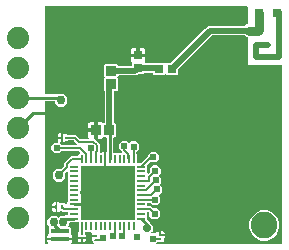
<source format=gbr>
G04 EAGLE Gerber X2 export*
%TF.Part,Single*%
%TF.FileFunction,Copper,L1,Top,Mixed*%
%TF.FilePolarity,Positive*%
%TF.GenerationSoftware,Autodesk,EAGLE,9.0.0*%
%TF.CreationDate,2018-06-19T20:47:43Z*%
G75*
%MOMM*%
%FSLAX34Y34*%
%LPD*%
%AMOC8*
5,1,8,0,0,1.08239X$1,22.5*%
G01*
%ADD10R,0.254000X0.177800*%
%ADD11R,0.850000X0.900000*%
%ADD12R,0.177800X0.254000*%
%ADD13R,0.250000X0.300000*%
%ADD14R,1.600000X0.350000*%
%ADD15C,1.879600*%
%ADD16R,0.900000X0.850000*%
%ADD17R,0.750000X0.750000*%
%ADD18R,0.650000X0.800000*%
%ADD19R,0.230000X0.680000*%
%ADD20R,4.600000X4.600000*%
%ADD21R,0.680000X0.230000*%
%ADD22C,0.152400*%
%ADD23C,0.609600*%
%ADD24C,0.254000*%
%ADD25C,0.517000*%
%ADD26C,0.660400*%
%ADD27C,0.203200*%
%ADD28C,2.250000*%
%ADD29C,0.756400*%
%ADD30C,0.706400*%
%ADD31C,0.800000*%
%ADD32C,0.500000*%

G36*
X199336Y-758D02*
X199336Y-758D01*
X199355Y-760D01*
X199457Y-738D01*
X199559Y-722D01*
X199576Y-712D01*
X199596Y-708D01*
X199685Y-655D01*
X199776Y-606D01*
X199790Y-592D01*
X199807Y-582D01*
X199874Y-503D01*
X199946Y-428D01*
X199954Y-410D01*
X199967Y-395D01*
X200006Y-299D01*
X200049Y-205D01*
X200051Y-185D01*
X200059Y-167D01*
X200077Y0D01*
X200077Y150000D01*
X200074Y150020D01*
X200076Y150039D01*
X200054Y150141D01*
X200038Y150243D01*
X200028Y150260D01*
X200024Y150280D01*
X199971Y150369D01*
X199922Y150460D01*
X199908Y150474D01*
X199898Y150491D01*
X199819Y150558D01*
X199744Y150630D01*
X199726Y150638D01*
X199711Y150651D01*
X199615Y150690D01*
X199521Y150733D01*
X199501Y150735D01*
X199483Y150743D01*
X199316Y150761D01*
X170761Y150761D01*
X170761Y174025D01*
X170743Y174139D01*
X170725Y174256D01*
X170723Y174261D01*
X170722Y174267D01*
X170667Y174370D01*
X170614Y174475D01*
X170609Y174479D01*
X170606Y174485D01*
X170521Y174565D01*
X170438Y174647D01*
X170432Y174651D01*
X170428Y174654D01*
X170411Y174662D01*
X170291Y174728D01*
X168870Y175316D01*
X168520Y175667D01*
X168446Y175720D01*
X168376Y175780D01*
X168346Y175792D01*
X168320Y175811D01*
X168233Y175838D01*
X168148Y175872D01*
X168107Y175876D01*
X168085Y175883D01*
X168053Y175882D01*
X167981Y175890D01*
X141007Y175890D01*
X140917Y175876D01*
X140826Y175868D01*
X140796Y175856D01*
X140764Y175851D01*
X140683Y175808D01*
X140600Y175772D01*
X140567Y175746D01*
X140547Y175735D01*
X140525Y175712D01*
X140469Y175667D01*
X112109Y147307D01*
X112056Y147233D01*
X111996Y147164D01*
X111984Y147134D01*
X111965Y147108D01*
X111938Y147021D01*
X111904Y146936D01*
X111900Y146895D01*
X111893Y146873D01*
X111894Y146840D01*
X111886Y146769D01*
X111886Y143240D01*
X110993Y142347D01*
X102229Y142347D01*
X101899Y142677D01*
X101883Y142689D01*
X101871Y142704D01*
X101784Y142760D01*
X101700Y142821D01*
X101681Y142827D01*
X101664Y142837D01*
X101563Y142863D01*
X101464Y142893D01*
X101445Y142893D01*
X101425Y142897D01*
X101322Y142889D01*
X101219Y142887D01*
X101200Y142880D01*
X101180Y142878D01*
X101085Y142838D01*
X100988Y142802D01*
X100972Y142790D01*
X100954Y142782D01*
X100823Y142677D01*
X100493Y142347D01*
X91729Y142347D01*
X90836Y143240D01*
X90836Y143629D01*
X90833Y143649D01*
X90835Y143668D01*
X90813Y143770D01*
X90797Y143872D01*
X90787Y143889D01*
X90783Y143909D01*
X90730Y143998D01*
X90681Y144089D01*
X90667Y144103D01*
X90657Y144120D01*
X90578Y144187D01*
X90503Y144259D01*
X90485Y144267D01*
X90470Y144280D01*
X90374Y144319D01*
X90280Y144362D01*
X90260Y144364D01*
X90242Y144372D01*
X90075Y144390D01*
X83862Y144390D01*
X83772Y144376D01*
X83681Y144368D01*
X83651Y144356D01*
X83619Y144351D01*
X83538Y144308D01*
X83455Y144272D01*
X83422Y144246D01*
X83402Y144235D01*
X83380Y144212D01*
X83324Y144167D01*
X82382Y143225D01*
X78853Y143225D01*
X78763Y143211D01*
X78672Y143203D01*
X78642Y143191D01*
X78610Y143186D01*
X78529Y143143D01*
X78445Y143107D01*
X78413Y143081D01*
X78393Y143070D01*
X78370Y143047D01*
X78314Y143002D01*
X77254Y141942D01*
X61877Y141942D01*
X61858Y141939D01*
X61838Y141941D01*
X61737Y141919D01*
X61635Y141902D01*
X61617Y141893D01*
X61598Y141889D01*
X61509Y141836D01*
X61417Y141787D01*
X61404Y141773D01*
X61387Y141763D01*
X61319Y141684D01*
X61248Y141609D01*
X61240Y141591D01*
X61227Y141576D01*
X61188Y141479D01*
X61144Y141386D01*
X61142Y141366D01*
X61135Y141348D01*
X61116Y141181D01*
X61116Y141170D01*
X60736Y140790D01*
X60724Y140774D01*
X60709Y140761D01*
X60653Y140674D01*
X60593Y140590D01*
X60587Y140571D01*
X60576Y140554D01*
X60551Y140454D01*
X60520Y140355D01*
X60521Y140335D01*
X60516Y140316D01*
X60524Y140213D01*
X60527Y140109D01*
X60533Y140091D01*
X60535Y140071D01*
X60575Y139976D01*
X60611Y139878D01*
X60623Y139863D01*
X60631Y139844D01*
X60736Y139713D01*
X61116Y139333D01*
X61116Y129570D01*
X60223Y128677D01*
X58674Y128677D01*
X58655Y128674D01*
X58635Y128676D01*
X58534Y128654D01*
X58432Y128637D01*
X58414Y128628D01*
X58395Y128624D01*
X58306Y128571D01*
X58214Y128522D01*
X58201Y128508D01*
X58183Y128498D01*
X58116Y128419D01*
X58045Y128344D01*
X58037Y128326D01*
X58024Y128311D01*
X57985Y128214D01*
X57941Y128121D01*
X57939Y128101D01*
X57932Y128083D01*
X57913Y127916D01*
X57913Y102349D01*
X57916Y102329D01*
X57914Y102310D01*
X57936Y102208D01*
X57953Y102106D01*
X57962Y102089D01*
X57966Y102069D01*
X58020Y101980D01*
X58068Y101889D01*
X58082Y101875D01*
X58093Y101858D01*
X58171Y101791D01*
X58246Y101720D01*
X58264Y101711D01*
X58280Y101698D01*
X58376Y101659D01*
X58469Y101616D01*
X58489Y101614D01*
X58508Y101606D01*
X58674Y101588D01*
X58685Y101588D01*
X59578Y100695D01*
X59578Y90432D01*
X58685Y89538D01*
X57922Y89538D01*
X57902Y89535D01*
X57883Y89537D01*
X57781Y89515D01*
X57679Y89499D01*
X57662Y89489D01*
X57642Y89485D01*
X57553Y89432D01*
X57462Y89384D01*
X57448Y89369D01*
X57431Y89359D01*
X57364Y89280D01*
X57293Y89205D01*
X57284Y89187D01*
X57271Y89172D01*
X57233Y89076D01*
X57189Y88982D01*
X57187Y88962D01*
X57179Y88944D01*
X57161Y88777D01*
X57161Y77067D01*
X57164Y77047D01*
X57162Y77027D01*
X57184Y76926D01*
X57201Y76824D01*
X57210Y76807D01*
X57214Y76787D01*
X57267Y76698D01*
X57316Y76607D01*
X57330Y76593D01*
X57340Y76576D01*
X57419Y76509D01*
X57494Y76437D01*
X57512Y76429D01*
X57527Y76416D01*
X57624Y76377D01*
X57717Y76334D01*
X57737Y76332D01*
X57755Y76324D01*
X57922Y76306D01*
X63913Y76306D01*
X63983Y76317D01*
X64055Y76319D01*
X64104Y76337D01*
X64155Y76345D01*
X64219Y76379D01*
X64286Y76403D01*
X64327Y76436D01*
X64373Y76460D01*
X64422Y76512D01*
X64478Y76557D01*
X64506Y76601D01*
X64542Y76639D01*
X64572Y76704D01*
X64611Y76764D01*
X64624Y76815D01*
X64646Y76862D01*
X64654Y76933D01*
X64671Y77003D01*
X64667Y77055D01*
X64673Y77106D01*
X64658Y77176D01*
X64652Y77248D01*
X64632Y77296D01*
X64621Y77347D01*
X64584Y77408D01*
X64556Y77474D01*
X64511Y77530D01*
X64494Y77558D01*
X64477Y77573D01*
X64451Y77605D01*
X61923Y80133D01*
X61923Y83921D01*
X64601Y86600D01*
X68390Y86600D01*
X70076Y84914D01*
X70092Y84902D01*
X70105Y84886D01*
X70192Y84830D01*
X70276Y84770D01*
X70295Y84764D01*
X70312Y84753D01*
X70412Y84728D01*
X70511Y84698D01*
X70531Y84698D01*
X70550Y84693D01*
X70653Y84701D01*
X70757Y84704D01*
X70776Y84711D01*
X70795Y84712D01*
X70890Y84753D01*
X70988Y84788D01*
X71003Y84801D01*
X71022Y84809D01*
X71153Y84914D01*
X72492Y86253D01*
X76280Y86253D01*
X78959Y83574D01*
X78959Y79786D01*
X76876Y77703D01*
X76823Y77629D01*
X76763Y77560D01*
X76751Y77530D01*
X76732Y77503D01*
X76706Y77416D01*
X76671Y77332D01*
X76667Y77291D01*
X76660Y77268D01*
X76661Y77236D01*
X76653Y77165D01*
X76653Y76116D01*
X76656Y76100D01*
X76654Y76086D01*
X76668Y76021D01*
X76675Y75935D01*
X76687Y75905D01*
X76693Y75873D01*
X76705Y75849D01*
X76706Y75845D01*
X76716Y75828D01*
X76735Y75792D01*
X76771Y75708D01*
X76797Y75676D01*
X76808Y75656D01*
X76831Y75633D01*
X76876Y75577D01*
X77041Y75412D01*
X77041Y68217D01*
X77044Y68197D01*
X77042Y68177D01*
X77064Y68076D01*
X77081Y67974D01*
X77090Y67957D01*
X77094Y67937D01*
X77147Y67848D01*
X77196Y67757D01*
X77210Y67743D01*
X77220Y67726D01*
X77299Y67659D01*
X77374Y67587D01*
X77392Y67579D01*
X77407Y67566D01*
X77504Y67527D01*
X77597Y67484D01*
X77617Y67482D01*
X77635Y67474D01*
X77802Y67456D01*
X80092Y67456D01*
X80182Y67470D01*
X80273Y67477D01*
X80302Y67490D01*
X80334Y67495D01*
X80415Y67538D01*
X80499Y67574D01*
X80531Y67599D01*
X80552Y67610D01*
X80574Y67634D01*
X80630Y67679D01*
X86171Y73219D01*
X86224Y73293D01*
X86283Y73363D01*
X86295Y73393D01*
X86314Y73419D01*
X86341Y73506D01*
X86375Y73591D01*
X86380Y73632D01*
X86386Y73654D01*
X86386Y73686D01*
X86394Y73757D01*
X86394Y74892D01*
X89072Y77570D01*
X92860Y77570D01*
X95539Y74892D01*
X95539Y71104D01*
X92860Y68425D01*
X89072Y68425D01*
X88996Y68501D01*
X88980Y68512D01*
X88968Y68528D01*
X88880Y68584D01*
X88797Y68644D01*
X88778Y68650D01*
X88761Y68661D01*
X88660Y68686D01*
X88562Y68717D01*
X88542Y68716D01*
X88522Y68721D01*
X88419Y68713D01*
X88316Y68710D01*
X88297Y68703D01*
X88277Y68702D01*
X88182Y68661D01*
X88085Y68626D01*
X88069Y68613D01*
X88051Y68605D01*
X87920Y68501D01*
X86114Y66695D01*
X86061Y66621D01*
X86001Y66551D01*
X85989Y66521D01*
X85970Y66495D01*
X85944Y66408D01*
X85909Y66323D01*
X85905Y66282D01*
X85898Y66260D01*
X85899Y66228D01*
X85891Y66156D01*
X85891Y59569D01*
X85902Y59499D01*
X85904Y59427D01*
X85922Y59378D01*
X85931Y59327D01*
X85964Y59263D01*
X85989Y59196D01*
X86021Y59155D01*
X86046Y59109D01*
X86098Y59060D01*
X86143Y59004D01*
X86186Y58976D01*
X86224Y58940D01*
X86289Y58910D01*
X86349Y58871D01*
X86400Y58858D01*
X86447Y58836D01*
X86518Y58828D01*
X86588Y58811D01*
X86640Y58815D01*
X86692Y58809D01*
X86762Y58824D01*
X86833Y58830D01*
X86881Y58850D01*
X86932Y58861D01*
X86994Y58898D01*
X87060Y58926D01*
X87116Y58971D01*
X87143Y58988D01*
X87158Y59005D01*
X87190Y59031D01*
X87819Y59660D01*
X87873Y59734D01*
X87932Y59803D01*
X87944Y59833D01*
X87963Y59860D01*
X87990Y59947D01*
X88024Y60032D01*
X88028Y60073D01*
X88035Y60095D01*
X88034Y60127D01*
X88042Y60198D01*
X88042Y63116D01*
X90721Y65794D01*
X94509Y65794D01*
X97188Y63116D01*
X97188Y59328D01*
X95848Y57988D01*
X95837Y57972D01*
X95821Y57960D01*
X95765Y57872D01*
X95705Y57789D01*
X95699Y57770D01*
X95688Y57753D01*
X95663Y57652D01*
X95632Y57553D01*
X95633Y57534D01*
X95628Y57514D01*
X95636Y57411D01*
X95639Y57308D01*
X95646Y57289D01*
X95647Y57269D01*
X95688Y57174D01*
X95723Y57077D01*
X95736Y57061D01*
X95744Y57043D01*
X95848Y56912D01*
X97775Y54985D01*
X97775Y51197D01*
X96638Y50060D01*
X96627Y50044D01*
X96611Y50031D01*
X96555Y49944D01*
X96495Y49860D01*
X96489Y49841D01*
X96478Y49824D01*
X96453Y49724D01*
X96422Y49625D01*
X96423Y49605D01*
X96418Y49586D01*
X96426Y49483D01*
X96429Y49379D01*
X96436Y49360D01*
X96437Y49341D01*
X96478Y49246D01*
X96513Y49148D01*
X96526Y49133D01*
X96534Y49114D01*
X96638Y48983D01*
X98257Y47365D01*
X98257Y43577D01*
X95629Y40949D01*
X95617Y40933D01*
X95602Y40920D01*
X95546Y40833D01*
X95485Y40749D01*
X95480Y40730D01*
X95469Y40713D01*
X95443Y40613D01*
X95413Y40514D01*
X95414Y40494D01*
X95409Y40475D01*
X95417Y40372D01*
X95419Y40268D01*
X95426Y40249D01*
X95428Y40229D01*
X95468Y40134D01*
X95504Y40037D01*
X95516Y40021D01*
X95524Y40003D01*
X95629Y39872D01*
X96968Y38533D01*
X96968Y34745D01*
X94290Y32066D01*
X90501Y32066D01*
X88438Y34129D01*
X88364Y34182D01*
X88295Y34242D01*
X88265Y34254D01*
X88239Y34273D01*
X88152Y34299D01*
X88067Y34333D01*
X88026Y34338D01*
X88004Y34345D01*
X87971Y34344D01*
X87900Y34352D01*
X86652Y34352D01*
X86632Y34349D01*
X86613Y34351D01*
X86511Y34329D01*
X86409Y34312D01*
X86392Y34303D01*
X86372Y34299D01*
X86283Y34245D01*
X86192Y34197D01*
X86178Y34183D01*
X86161Y34172D01*
X86094Y34094D01*
X86023Y34019D01*
X86014Y34001D01*
X86001Y33986D01*
X85963Y33889D01*
X85919Y33796D01*
X85917Y33776D01*
X85909Y33757D01*
X85891Y33591D01*
X85891Y31829D01*
X85894Y31809D01*
X85892Y31789D01*
X85914Y31688D01*
X85931Y31586D01*
X85940Y31569D01*
X85944Y31549D01*
X85997Y31460D01*
X86046Y31369D01*
X86060Y31355D01*
X86070Y31338D01*
X86149Y31271D01*
X86224Y31199D01*
X86242Y31191D01*
X86257Y31178D01*
X86354Y31139D01*
X86447Y31096D01*
X86467Y31094D01*
X86485Y31086D01*
X86652Y31068D01*
X89091Y31068D01*
X90521Y29637D01*
X90595Y29584D01*
X90665Y29524D01*
X90695Y29512D01*
X90721Y29493D01*
X90808Y29466D01*
X90893Y29432D01*
X90934Y29428D01*
X90956Y29421D01*
X90988Y29422D01*
X91060Y29414D01*
X93977Y29414D01*
X96656Y26735D01*
X96656Y22947D01*
X93977Y20268D01*
X90189Y20268D01*
X87510Y22947D01*
X87510Y25733D01*
X87507Y25753D01*
X87509Y25772D01*
X87487Y25874D01*
X87471Y25976D01*
X87461Y25993D01*
X87457Y26013D01*
X87404Y26102D01*
X87356Y26193D01*
X87341Y26207D01*
X87331Y26224D01*
X87252Y26291D01*
X87177Y26362D01*
X87159Y26371D01*
X87144Y26384D01*
X87048Y26422D01*
X86954Y26466D01*
X86934Y26468D01*
X86916Y26476D01*
X86749Y26494D01*
X86652Y26494D01*
X86632Y26491D01*
X86613Y26493D01*
X86511Y26471D01*
X86409Y26454D01*
X86392Y26445D01*
X86372Y26441D01*
X86283Y26388D01*
X86192Y26339D01*
X86178Y26325D01*
X86161Y26315D01*
X86094Y26236D01*
X86023Y26161D01*
X86014Y26143D01*
X86001Y26128D01*
X85963Y26032D01*
X85919Y25938D01*
X85917Y25918D01*
X85909Y25900D01*
X85891Y25733D01*
X85891Y20124D01*
X85906Y20034D01*
X85913Y19943D01*
X85925Y19913D01*
X85931Y19881D01*
X85973Y19800D01*
X86009Y19716D01*
X86035Y19684D01*
X86046Y19664D01*
X86069Y19641D01*
X86114Y19585D01*
X86428Y19271D01*
X88288Y17411D01*
X88288Y17368D01*
X88303Y17278D01*
X88310Y17187D01*
X88322Y17157D01*
X88328Y17125D01*
X88370Y17045D01*
X88406Y16961D01*
X88432Y16929D01*
X88443Y16908D01*
X88466Y16886D01*
X88511Y16830D01*
X90550Y14791D01*
X90550Y10602D01*
X89643Y9694D01*
X89601Y9636D01*
X89551Y9584D01*
X89529Y9537D01*
X89499Y9495D01*
X89478Y9426D01*
X89448Y9361D01*
X89442Y9309D01*
X89427Y9259D01*
X89429Y9188D01*
X89421Y9117D01*
X89432Y9066D01*
X89433Y9014D01*
X89458Y8946D01*
X89473Y8876D01*
X89500Y8832D01*
X89517Y8783D01*
X89562Y8727D01*
X89599Y8665D01*
X89639Y8631D01*
X89671Y8591D01*
X89731Y8552D01*
X89786Y8505D01*
X89834Y8486D01*
X89878Y8458D01*
X89948Y8440D01*
X90014Y8413D01*
X90085Y8405D01*
X90117Y8397D01*
X90140Y8399D01*
X90181Y8395D01*
X92736Y8395D01*
X92802Y8406D01*
X92870Y8407D01*
X92923Y8425D01*
X92979Y8435D01*
X93038Y8466D01*
X93102Y8489D01*
X93146Y8523D01*
X93196Y8550D01*
X93242Y8599D01*
X93296Y8640D01*
X93343Y8704D01*
X93365Y8728D01*
X93374Y8747D01*
X93395Y8775D01*
X93616Y9157D01*
X94089Y9630D01*
X94668Y9965D01*
X95314Y10138D01*
X96157Y10138D01*
X96157Y6709D01*
X96160Y6689D01*
X96158Y6669D01*
X96180Y6568D01*
X96197Y6466D01*
X96206Y6448D01*
X96211Y6429D01*
X96264Y6340D01*
X96312Y6249D01*
X96313Y6248D01*
X96327Y6235D01*
X96337Y6218D01*
X96337Y6217D01*
X96416Y6150D01*
X96491Y6079D01*
X96509Y6070D01*
X96524Y6057D01*
X96620Y6019D01*
X96714Y5975D01*
X96734Y5973D01*
X96752Y5965D01*
X96919Y5947D01*
X100729Y5947D01*
X100729Y5485D01*
X100556Y4839D01*
X100222Y4259D01*
X99936Y3974D01*
X99883Y3900D01*
X99824Y3830D01*
X99812Y3800D01*
X99793Y3774D01*
X99766Y3687D01*
X99732Y3602D01*
X99727Y3561D01*
X99720Y3539D01*
X99721Y3507D01*
X99713Y3436D01*
X99713Y1886D01*
X98820Y993D01*
X94958Y993D01*
X94943Y997D01*
X94926Y1008D01*
X94826Y1033D01*
X94727Y1064D01*
X94707Y1063D01*
X94688Y1068D01*
X94585Y1060D01*
X94481Y1057D01*
X94463Y1051D01*
X94443Y1049D01*
X94347Y1009D01*
X94250Y973D01*
X94235Y961D01*
X94216Y953D01*
X94085Y848D01*
X93776Y538D01*
X93734Y480D01*
X93684Y428D01*
X93662Y381D01*
X93632Y339D01*
X93611Y270D01*
X93581Y205D01*
X93575Y153D01*
X93560Y104D01*
X93562Y32D01*
X93554Y-39D01*
X93565Y-90D01*
X93566Y-142D01*
X93591Y-210D01*
X93606Y-280D01*
X93633Y-325D01*
X93651Y-373D01*
X93695Y-429D01*
X93732Y-491D01*
X93772Y-525D01*
X93804Y-565D01*
X93864Y-604D01*
X93919Y-651D01*
X93967Y-670D01*
X94011Y-698D01*
X94081Y-716D01*
X94147Y-743D01*
X94219Y-751D01*
X94250Y-759D01*
X94273Y-757D01*
X94314Y-761D01*
X199316Y-761D01*
X199336Y-758D01*
G37*
G36*
X1269Y-750D02*
X1269Y-750D01*
X1341Y-748D01*
X1390Y-730D01*
X1441Y-722D01*
X1505Y-688D01*
X1572Y-663D01*
X1613Y-631D01*
X1659Y-606D01*
X1708Y-554D01*
X1764Y-509D01*
X1792Y-466D01*
X1828Y-428D01*
X1858Y-363D01*
X1897Y-303D01*
X1910Y-252D01*
X1932Y-205D01*
X1940Y-134D01*
X1957Y-64D01*
X1953Y-12D01*
X1959Y39D01*
X1944Y110D01*
X1938Y181D01*
X1918Y229D01*
X1907Y280D01*
X1870Y342D01*
X1842Y408D01*
X1797Y463D01*
X1780Y491D01*
X1766Y504D01*
X1423Y1097D01*
X1250Y1743D01*
X1250Y2953D01*
X11677Y2953D01*
X11697Y2957D01*
X11717Y2954D01*
X11777Y2967D01*
X11904Y2953D01*
X22331Y2953D01*
X22331Y1743D01*
X22158Y1097D01*
X21801Y479D01*
X21753Y428D01*
X21731Y381D01*
X21701Y339D01*
X21680Y270D01*
X21649Y205D01*
X21644Y153D01*
X21628Y104D01*
X21630Y32D01*
X21622Y-39D01*
X21633Y-90D01*
X21635Y-142D01*
X21659Y-210D01*
X21675Y-280D01*
X21701Y-325D01*
X21719Y-373D01*
X21764Y-429D01*
X21801Y-491D01*
X21840Y-525D01*
X21873Y-565D01*
X21933Y-604D01*
X21988Y-651D01*
X22036Y-670D01*
X22080Y-698D01*
X22149Y-716D01*
X22216Y-743D01*
X22287Y-751D01*
X22318Y-759D01*
X22342Y-757D01*
X22383Y-761D01*
X39804Y-761D01*
X39875Y-750D01*
X39947Y-748D01*
X39996Y-730D01*
X40047Y-722D01*
X40111Y-688D01*
X40178Y-663D01*
X40219Y-631D01*
X40265Y-606D01*
X40314Y-554D01*
X40370Y-510D01*
X40398Y-466D01*
X40434Y-428D01*
X40464Y-363D01*
X40503Y-303D01*
X40516Y-252D01*
X40538Y-205D01*
X40545Y-134D01*
X40563Y-64D01*
X40559Y-12D01*
X40565Y39D01*
X40549Y110D01*
X40544Y181D01*
X40523Y229D01*
X40512Y280D01*
X40476Y341D01*
X40448Y407D01*
X40403Y463D01*
X40386Y491D01*
X40368Y506D01*
X40343Y538D01*
X39542Y1339D01*
X39542Y1444D01*
X39527Y1534D01*
X39520Y1625D01*
X39508Y1654D01*
X39502Y1686D01*
X39460Y1767D01*
X39424Y1851D01*
X39398Y1883D01*
X39387Y1904D01*
X39364Y1926D01*
X39319Y1982D01*
X39282Y2019D01*
X39265Y2079D01*
X39252Y2158D01*
X39232Y2196D01*
X39220Y2238D01*
X39188Y2290D01*
X39284Y3044D01*
X39284Y3060D01*
X39288Y3076D01*
X39280Y3183D01*
X39276Y3290D01*
X39270Y3305D01*
X39269Y3321D01*
X39227Y3420D01*
X39189Y3520D01*
X39179Y3533D01*
X39172Y3548D01*
X39068Y3679D01*
X39034Y3712D01*
X38699Y4292D01*
X38526Y4938D01*
X38526Y5400D01*
X42337Y5400D01*
X42356Y5403D01*
X42376Y5401D01*
X42477Y5423D01*
X42579Y5440D01*
X42597Y5449D01*
X42616Y5453D01*
X42705Y5506D01*
X42797Y5555D01*
X42810Y5569D01*
X42827Y5579D01*
X42895Y5658D01*
X42966Y5733D01*
X42974Y5751D01*
X42987Y5766D01*
X43026Y5863D01*
X43070Y5956D01*
X43072Y5976D01*
X43079Y5995D01*
X43098Y6161D01*
X43098Y6162D01*
X43095Y6181D01*
X43097Y6201D01*
X43075Y6302D01*
X43058Y6404D01*
X43049Y6422D01*
X43045Y6441D01*
X42991Y6530D01*
X42943Y6622D01*
X42929Y6635D01*
X42918Y6652D01*
X42840Y6720D01*
X42765Y6791D01*
X42747Y6799D01*
X42731Y6812D01*
X42635Y6851D01*
X42542Y6895D01*
X42522Y6897D01*
X42503Y6904D01*
X42337Y6923D01*
X38526Y6923D01*
X38526Y7385D01*
X38699Y8031D01*
X38747Y8114D01*
X38781Y8203D01*
X38821Y8290D01*
X38824Y8318D01*
X38834Y8344D01*
X38838Y8440D01*
X38848Y8534D01*
X38842Y8562D01*
X38843Y8590D01*
X38816Y8681D01*
X38796Y8775D01*
X38782Y8799D01*
X38774Y8826D01*
X38719Y8904D01*
X38670Y8986D01*
X38648Y9004D01*
X38632Y9027D01*
X38555Y9084D01*
X38483Y9146D01*
X38457Y9156D01*
X38434Y9173D01*
X38343Y9202D01*
X38255Y9238D01*
X38219Y9242D01*
X38200Y9248D01*
X38167Y9247D01*
X38088Y9256D01*
X33847Y9256D01*
X33827Y9253D01*
X33807Y9255D01*
X33706Y9233D01*
X33604Y9216D01*
X33586Y9207D01*
X33567Y9203D01*
X33478Y9150D01*
X33387Y9101D01*
X33373Y9087D01*
X33356Y9077D01*
X33288Y8998D01*
X33217Y8923D01*
X33209Y8905D01*
X33196Y8890D01*
X33157Y8794D01*
X33114Y8700D01*
X33111Y8680D01*
X33104Y8662D01*
X33085Y8495D01*
X33085Y7674D01*
X33100Y7584D01*
X33107Y7493D01*
X33120Y7463D01*
X33125Y7431D01*
X33168Y7350D01*
X33204Y7267D01*
X33229Y7234D01*
X33240Y7214D01*
X33264Y7192D01*
X33308Y7136D01*
X33594Y6850D01*
X33928Y6271D01*
X34101Y5625D01*
X34101Y5163D01*
X30291Y5163D01*
X30291Y5162D01*
X30290Y5163D01*
X26480Y5163D01*
X26480Y5625D01*
X26653Y6271D01*
X26988Y6850D01*
X27273Y7136D01*
X27326Y7210D01*
X27386Y7279D01*
X27398Y7309D01*
X27417Y7335D01*
X27443Y7422D01*
X27478Y7507D01*
X27482Y7548D01*
X27489Y7570D01*
X27488Y7603D01*
X27496Y7674D01*
X27496Y9224D01*
X27518Y9246D01*
X27530Y9262D01*
X27545Y9275D01*
X27601Y9362D01*
X27662Y9446D01*
X27668Y9465D01*
X27678Y9481D01*
X27704Y9582D01*
X27734Y9681D01*
X27734Y9701D01*
X27738Y9720D01*
X27730Y9823D01*
X27728Y9927D01*
X27721Y9945D01*
X27719Y9965D01*
X27691Y10031D01*
X27691Y17345D01*
X27688Y17365D01*
X27690Y17384D01*
X27668Y17486D01*
X27652Y17588D01*
X27642Y17605D01*
X27638Y17625D01*
X27585Y17714D01*
X27537Y17805D01*
X27522Y17819D01*
X27512Y17836D01*
X27433Y17903D01*
X27358Y17974D01*
X27340Y17983D01*
X27325Y17996D01*
X27229Y18034D01*
X27135Y18078D01*
X27115Y18080D01*
X27097Y18088D01*
X26930Y18106D01*
X25403Y18106D01*
X25304Y18090D01*
X25205Y18080D01*
X25183Y18070D01*
X25160Y18066D01*
X25072Y18020D01*
X25064Y18016D01*
X20701Y17913D01*
X20691Y17911D01*
X20680Y17912D01*
X20570Y17888D01*
X20460Y17867D01*
X20450Y17862D01*
X20440Y17860D01*
X20343Y17802D01*
X20245Y17747D01*
X20238Y17739D01*
X20228Y17734D01*
X20155Y17648D01*
X20080Y17565D01*
X20076Y17555D01*
X20069Y17547D01*
X20026Y17442D01*
X19982Y17339D01*
X19981Y17329D01*
X19977Y17319D01*
X19958Y17152D01*
X19958Y15737D01*
X19123Y14902D01*
X19082Y14844D01*
X19032Y14792D01*
X19010Y14744D01*
X18980Y14702D01*
X18959Y14634D01*
X18929Y14569D01*
X18923Y14517D01*
X18907Y14467D01*
X18909Y14395D01*
X18901Y14324D01*
X18912Y14273D01*
X18914Y14221D01*
X18938Y14154D01*
X18954Y14084D01*
X18980Y14039D01*
X18998Y13990D01*
X19043Y13934D01*
X19080Y13873D01*
X19119Y13839D01*
X19152Y13798D01*
X19212Y13759D01*
X19267Y13713D01*
X19315Y13693D01*
X19359Y13665D01*
X19428Y13648D01*
X19495Y13621D01*
X19566Y13613D01*
X19597Y13605D01*
X19621Y13607D01*
X19662Y13602D01*
X20422Y13602D01*
X21315Y12709D01*
X21315Y7961D01*
X21330Y7871D01*
X21337Y7780D01*
X21350Y7751D01*
X21355Y7719D01*
X21398Y7638D01*
X21433Y7554D01*
X21459Y7522D01*
X21470Y7501D01*
X21494Y7479D01*
X21538Y7423D01*
X21824Y7138D01*
X22158Y6558D01*
X22331Y5912D01*
X22331Y4702D01*
X11904Y4702D01*
X11884Y4699D01*
X11864Y4701D01*
X11804Y4688D01*
X11677Y4702D01*
X1250Y4702D01*
X1250Y5912D01*
X1423Y6558D01*
X1757Y7138D01*
X2043Y7423D01*
X2096Y7497D01*
X2155Y7567D01*
X2168Y7597D01*
X2186Y7623D01*
X2213Y7710D01*
X2247Y7795D01*
X2252Y7836D01*
X2259Y7858D01*
X2258Y7890D01*
X2266Y7961D01*
X2266Y12709D01*
X2594Y13037D01*
X2606Y13054D01*
X2621Y13066D01*
X2677Y13153D01*
X2738Y13237D01*
X2743Y13256D01*
X2754Y13273D01*
X2780Y13374D01*
X2810Y13472D01*
X2809Y13492D01*
X2814Y13512D01*
X2806Y13614D01*
X2804Y13718D01*
X2797Y13737D01*
X2795Y13757D01*
X2755Y13852D01*
X2719Y13949D01*
X2707Y13965D01*
X2699Y13983D01*
X2594Y14114D01*
X1278Y15430D01*
X1278Y19826D01*
X4387Y22935D01*
X8783Y22935D01*
X9926Y21791D01*
X9943Y21780D01*
X9955Y21764D01*
X10042Y21708D01*
X10126Y21648D01*
X10145Y21642D01*
X10162Y21631D01*
X10262Y21606D01*
X10361Y21575D01*
X10381Y21576D01*
X10401Y21571D01*
X10503Y21579D01*
X10607Y21582D01*
X10626Y21589D01*
X10646Y21590D01*
X10741Y21631D01*
X10838Y21666D01*
X10854Y21679D01*
X10872Y21686D01*
X11003Y21791D01*
X12453Y23242D01*
X15675Y23242D01*
X15773Y23258D01*
X15873Y23268D01*
X15894Y23278D01*
X15917Y23281D01*
X16006Y23328D01*
X16097Y23369D01*
X16119Y23388D01*
X16135Y23396D01*
X16157Y23420D01*
X16169Y23430D01*
X17335Y23425D01*
X17343Y23426D01*
X17356Y23425D01*
X18098Y23442D01*
X18109Y23444D01*
X18120Y23443D01*
X18230Y23467D01*
X18340Y23488D01*
X18349Y23493D01*
X18360Y23495D01*
X18457Y23553D01*
X18555Y23608D01*
X18562Y23616D01*
X18571Y23622D01*
X18644Y23707D01*
X18720Y23790D01*
X18724Y23800D01*
X18731Y23809D01*
X18773Y23913D01*
X18818Y24016D01*
X18819Y24027D01*
X18823Y24037D01*
X18841Y24203D01*
X18841Y25733D01*
X18838Y25753D01*
X18840Y25772D01*
X18818Y25874D01*
X18802Y25976D01*
X18792Y25993D01*
X18788Y26013D01*
X18735Y26102D01*
X18687Y26193D01*
X18672Y26207D01*
X18662Y26224D01*
X18583Y26291D01*
X18508Y26362D01*
X18490Y26371D01*
X18475Y26384D01*
X18379Y26422D01*
X18285Y26466D01*
X18265Y26468D01*
X18247Y26476D01*
X18080Y26494D01*
X14780Y26494D01*
X13954Y27320D01*
X13880Y27374D01*
X13810Y27433D01*
X13780Y27445D01*
X13754Y27464D01*
X13667Y27491D01*
X13582Y27525D01*
X13541Y27529D01*
X13519Y27536D01*
X13487Y27536D01*
X13415Y27543D01*
X12574Y27543D01*
X12483Y27529D01*
X12393Y27522D01*
X12363Y27509D01*
X12331Y27504D01*
X12250Y27461D01*
X12166Y27425D01*
X12134Y27400D01*
X12113Y27389D01*
X12091Y27365D01*
X12035Y27320D01*
X11750Y27035D01*
X11171Y26701D01*
X10524Y26527D01*
X9701Y26527D01*
X9701Y30568D01*
X9701Y34609D01*
X10524Y34609D01*
X11171Y34436D01*
X11750Y34101D01*
X12035Y33816D01*
X12109Y33763D01*
X12179Y33703D01*
X12209Y33691D01*
X12235Y33672D01*
X12322Y33646D01*
X12407Y33611D01*
X12448Y33607D01*
X12470Y33600D01*
X12502Y33601D01*
X12574Y33593D01*
X15821Y33593D01*
X16526Y32888D01*
X16584Y32846D01*
X16636Y32797D01*
X16683Y32775D01*
X16726Y32745D01*
X16794Y32724D01*
X16859Y32693D01*
X16911Y32688D01*
X16961Y32672D01*
X17032Y32674D01*
X17104Y32666D01*
X17155Y32677D01*
X17207Y32679D01*
X17274Y32703D01*
X17344Y32719D01*
X17389Y32745D01*
X17438Y32763D01*
X17494Y32808D01*
X17555Y32845D01*
X17589Y32884D01*
X17630Y32917D01*
X17668Y32977D01*
X17715Y33032D01*
X17735Y33080D01*
X17763Y33124D01*
X17780Y33193D01*
X17807Y33260D01*
X17815Y33331D01*
X17823Y33362D01*
X17821Y33386D01*
X17825Y33427D01*
X17825Y34265D01*
X17999Y34912D01*
X18333Y35491D01*
X18618Y35776D01*
X18672Y35850D01*
X18731Y35920D01*
X18743Y35950D01*
X18762Y35976D01*
X18789Y36063D01*
X18823Y36148D01*
X18828Y36189D01*
X18834Y36211D01*
X18834Y36243D01*
X18841Y36315D01*
X18841Y59807D01*
X18830Y59878D01*
X18828Y59950D01*
X18810Y59999D01*
X18802Y60050D01*
X18768Y60114D01*
X18744Y60181D01*
X18711Y60222D01*
X18687Y60268D01*
X18635Y60317D01*
X18590Y60373D01*
X18546Y60401D01*
X18508Y60437D01*
X18443Y60467D01*
X18383Y60506D01*
X18332Y60519D01*
X18285Y60541D01*
X18214Y60548D01*
X18144Y60566D01*
X18092Y60562D01*
X18041Y60568D01*
X17971Y60552D01*
X17899Y60547D01*
X17851Y60527D01*
X17800Y60515D01*
X17739Y60479D01*
X17673Y60451D01*
X17617Y60406D01*
X17589Y60389D01*
X17574Y60371D01*
X17542Y60346D01*
X16530Y59333D01*
X16477Y59259D01*
X16417Y59190D01*
X16405Y59160D01*
X16386Y59134D01*
X16359Y59047D01*
X16325Y58962D01*
X16321Y58921D01*
X16314Y58899D01*
X16315Y58866D01*
X16307Y58795D01*
X16307Y55199D01*
X13198Y52090D01*
X8802Y52090D01*
X5693Y55199D01*
X5693Y59595D01*
X8802Y62704D01*
X12398Y62704D01*
X12488Y62718D01*
X12579Y62726D01*
X12609Y62738D01*
X12641Y62743D01*
X12722Y62786D01*
X12806Y62822D01*
X12838Y62848D01*
X12858Y62858D01*
X12881Y62882D01*
X12937Y62927D01*
X15063Y65053D01*
X15116Y65127D01*
X15175Y65196D01*
X15187Y65226D01*
X15206Y65252D01*
X15233Y65339D01*
X15267Y65424D01*
X15272Y65465D01*
X15278Y65487D01*
X15278Y65520D01*
X15285Y65591D01*
X15285Y68035D01*
X21172Y73922D01*
X26930Y73922D01*
X26950Y73925D01*
X26970Y73923D01*
X27071Y73945D01*
X27173Y73961D01*
X27191Y73971D01*
X27210Y73975D01*
X27299Y74028D01*
X27390Y74076D01*
X27404Y74091D01*
X27421Y74101D01*
X27488Y74180D01*
X27560Y74255D01*
X27568Y74273D01*
X27581Y74288D01*
X27620Y74384D01*
X27663Y74478D01*
X27666Y74498D01*
X27673Y74516D01*
X27691Y74683D01*
X27691Y75412D01*
X28749Y76470D01*
X28761Y76486D01*
X28776Y76499D01*
X28832Y76586D01*
X28893Y76670D01*
X28899Y76689D01*
X28909Y76706D01*
X28935Y76806D01*
X28965Y76905D01*
X28965Y76925D01*
X28969Y76944D01*
X28961Y77047D01*
X28959Y77151D01*
X28952Y77170D01*
X28950Y77189D01*
X28910Y77285D01*
X28874Y77382D01*
X28862Y77397D01*
X28854Y77416D01*
X28749Y77547D01*
X28174Y78122D01*
X28099Y78176D01*
X28030Y78235D01*
X28000Y78247D01*
X27974Y78266D01*
X27887Y78293D01*
X27802Y78327D01*
X27761Y78331D01*
X27739Y78338D01*
X27707Y78337D01*
X27635Y78345D01*
X13807Y78345D01*
X13717Y78331D01*
X13626Y78324D01*
X13596Y78311D01*
X13564Y78306D01*
X13484Y78263D01*
X13400Y78227D01*
X13368Y78201D01*
X13347Y78191D01*
X13325Y78167D01*
X13269Y78122D01*
X11206Y76059D01*
X7418Y76059D01*
X4739Y78738D01*
X4739Y82526D01*
X7418Y85205D01*
X9853Y85205D01*
X9924Y85216D01*
X9995Y85218D01*
X10044Y85236D01*
X10095Y85245D01*
X10159Y85278D01*
X10226Y85303D01*
X10267Y85335D01*
X10313Y85360D01*
X10362Y85412D01*
X10418Y85457D01*
X10446Y85500D01*
X10482Y85538D01*
X10512Y85603D01*
X10551Y85664D01*
X10564Y85714D01*
X10586Y85761D01*
X10594Y85832D01*
X10611Y85902D01*
X10607Y85954D01*
X10613Y86006D01*
X10598Y86076D01*
X10592Y86147D01*
X10572Y86195D01*
X10561Y86246D01*
X10524Y86308D01*
X10496Y86374D01*
X10451Y86429D01*
X10434Y86457D01*
X10419Y86470D01*
X10076Y87064D01*
X9903Y87710D01*
X9903Y88553D01*
X12571Y88553D01*
X12571Y85479D01*
X12553Y85473D01*
X12502Y85464D01*
X12439Y85431D01*
X12371Y85406D01*
X12330Y85374D01*
X12284Y85349D01*
X12235Y85297D01*
X12179Y85252D01*
X12151Y85209D01*
X12115Y85171D01*
X12085Y85106D01*
X12046Y85046D01*
X12033Y84995D01*
X12011Y84948D01*
X12003Y84877D01*
X11986Y84807D01*
X11990Y84755D01*
X11984Y84703D01*
X12000Y84633D01*
X12005Y84562D01*
X12025Y84514D01*
X12037Y84463D01*
X12073Y84401D01*
X12101Y84335D01*
X12146Y84280D01*
X12163Y84252D01*
X12181Y84237D01*
X12206Y84204D01*
X13269Y83142D01*
X13343Y83089D01*
X13412Y83029D01*
X13442Y83017D01*
X13469Y82998D01*
X13556Y82972D01*
X13640Y82937D01*
X13681Y82933D01*
X13704Y82926D01*
X13736Y82927D01*
X13807Y82919D01*
X25756Y82919D01*
X25827Y82930D01*
X25899Y82932D01*
X25948Y82950D01*
X25999Y82959D01*
X26063Y82992D01*
X26130Y83017D01*
X26171Y83049D01*
X26217Y83074D01*
X26266Y83126D01*
X26322Y83170D01*
X26350Y83214D01*
X26386Y83252D01*
X26416Y83317D01*
X26455Y83377D01*
X26468Y83428D01*
X26490Y83475D01*
X26497Y83546D01*
X26515Y83616D01*
X26511Y83668D01*
X26517Y83720D01*
X26501Y83790D01*
X26496Y83861D01*
X26476Y83909D01*
X26464Y83960D01*
X26428Y84022D01*
X26400Y84087D01*
X26355Y84143D01*
X26338Y84171D01*
X26320Y84186D01*
X26295Y84218D01*
X25428Y85085D01*
X23708Y86805D01*
X23634Y86858D01*
X23565Y86918D01*
X23534Y86930D01*
X23508Y86949D01*
X23421Y86975D01*
X23336Y87010D01*
X23296Y87014D01*
X23273Y87021D01*
X23241Y87020D01*
X23170Y87028D01*
X18979Y87028D01*
X18888Y87013D01*
X18798Y87006D01*
X18768Y86994D01*
X18736Y86988D01*
X18655Y86946D01*
X18571Y86910D01*
X18539Y86884D01*
X18518Y86873D01*
X18496Y86850D01*
X18440Y86805D01*
X18155Y86520D01*
X16605Y86520D01*
X16515Y86505D01*
X16424Y86498D01*
X16395Y86486D01*
X16363Y86480D01*
X16282Y86438D01*
X16198Y86402D01*
X16166Y86376D01*
X16145Y86365D01*
X16123Y86342D01*
X16067Y86297D01*
X15782Y86012D01*
X15202Y85677D01*
X14556Y85504D01*
X14094Y85504D01*
X14094Y89314D01*
X14094Y89315D01*
X14094Y93125D01*
X14556Y93125D01*
X15202Y92952D01*
X15782Y92618D01*
X16067Y92332D01*
X16141Y92279D01*
X16211Y92220D01*
X16241Y92208D01*
X16267Y92189D01*
X16354Y92162D01*
X16439Y92128D01*
X16480Y92123D01*
X16502Y92117D01*
X16534Y92117D01*
X16605Y92109D01*
X18155Y92109D01*
X18440Y91824D01*
X18514Y91771D01*
X18584Y91712D01*
X18614Y91700D01*
X18640Y91681D01*
X18727Y91654D01*
X18812Y91620D01*
X18853Y91615D01*
X18875Y91609D01*
X18907Y91609D01*
X18979Y91601D01*
X25379Y91601D01*
X28662Y88319D01*
X28736Y88266D01*
X28805Y88207D01*
X28835Y88194D01*
X28862Y88176D01*
X28949Y88149D01*
X29033Y88115D01*
X29074Y88110D01*
X29097Y88103D01*
X29129Y88104D01*
X29200Y88096D01*
X35489Y88096D01*
X35560Y88108D01*
X35632Y88110D01*
X35681Y88127D01*
X35732Y88136D01*
X35796Y88169D01*
X35863Y88194D01*
X35904Y88227D01*
X35950Y88251D01*
X35999Y88303D01*
X36055Y88348D01*
X36083Y88392D01*
X36119Y88429D01*
X36149Y88494D01*
X36188Y88555D01*
X36201Y88605D01*
X36223Y88652D01*
X36230Y88724D01*
X36248Y88793D01*
X36244Y88845D01*
X36250Y88897D01*
X36234Y88967D01*
X36229Y89038D01*
X36208Y89086D01*
X36197Y89137D01*
X36161Y89199D01*
X36133Y89265D01*
X36088Y89321D01*
X36071Y89348D01*
X36053Y89363D01*
X36028Y89396D01*
X35920Y89503D01*
X35586Y90082D01*
X35413Y90729D01*
X35413Y94040D01*
X40680Y94040D01*
X40680Y88857D01*
X40683Y88838D01*
X40681Y88818D01*
X40703Y88717D01*
X40720Y88615D01*
X40729Y88597D01*
X40733Y88578D01*
X40787Y88489D01*
X40835Y88397D01*
X40849Y88384D01*
X40860Y88366D01*
X40938Y88299D01*
X41013Y88228D01*
X41031Y88219D01*
X41047Y88207D01*
X41143Y88168D01*
X41202Y88140D01*
X45710Y83632D01*
X45710Y77067D01*
X45713Y77047D01*
X45711Y77027D01*
X45733Y76926D01*
X45750Y76824D01*
X45759Y76807D01*
X45763Y76787D01*
X45817Y76698D01*
X45865Y76607D01*
X45879Y76593D01*
X45890Y76576D01*
X45968Y76509D01*
X46043Y76437D01*
X46061Y76429D01*
X46076Y76416D01*
X46173Y76377D01*
X46266Y76334D01*
X46286Y76332D01*
X46305Y76324D01*
X46471Y76306D01*
X46832Y76306D01*
X46923Y76320D01*
X47013Y76327D01*
X47043Y76340D01*
X47075Y76345D01*
X47156Y76388D01*
X47240Y76424D01*
X47272Y76449D01*
X47293Y76460D01*
X47315Y76484D01*
X47371Y76529D01*
X47656Y76814D01*
X48235Y77148D01*
X48882Y77322D01*
X49605Y77322D01*
X49605Y71381D01*
X49608Y71361D01*
X49606Y71342D01*
X49628Y71240D01*
X49645Y71138D01*
X49654Y71121D01*
X49658Y71101D01*
X49711Y71012D01*
X49760Y70921D01*
X49774Y70907D01*
X49784Y70890D01*
X49863Y70823D01*
X49938Y70752D01*
X49956Y70743D01*
X49971Y70730D01*
X50067Y70692D01*
X50161Y70648D01*
X50181Y70646D01*
X50199Y70638D01*
X50366Y70620D01*
X50386Y70623D01*
X50405Y70621D01*
X50406Y70621D01*
X50507Y70643D01*
X50609Y70660D01*
X50627Y70669D01*
X50646Y70673D01*
X50735Y70726D01*
X50826Y70775D01*
X50840Y70789D01*
X50857Y70799D01*
X50925Y70878D01*
X50996Y70953D01*
X51004Y70971D01*
X51017Y70986D01*
X51056Y71083D01*
X51099Y71176D01*
X51102Y71196D01*
X51109Y71214D01*
X51128Y71381D01*
X51128Y77397D01*
X51179Y77428D01*
X51270Y77476D01*
X51284Y77491D01*
X51301Y77501D01*
X51368Y77580D01*
X51440Y77655D01*
X51448Y77673D01*
X51461Y77688D01*
X51500Y77784D01*
X51543Y77878D01*
X51546Y77898D01*
X51553Y77916D01*
X51571Y78083D01*
X51571Y88777D01*
X51568Y88797D01*
X51570Y88817D01*
X51548Y88918D01*
X51532Y89020D01*
X51522Y89037D01*
X51518Y89057D01*
X51465Y89146D01*
X51417Y89237D01*
X51402Y89251D01*
X51392Y89268D01*
X51313Y89335D01*
X51238Y89407D01*
X51220Y89415D01*
X51205Y89428D01*
X51109Y89467D01*
X51015Y89510D01*
X50995Y89512D01*
X50977Y89520D01*
X50810Y89538D01*
X48837Y89538D01*
X48747Y89524D01*
X48656Y89517D01*
X48626Y89504D01*
X48594Y89499D01*
X48514Y89456D01*
X48430Y89420D01*
X48398Y89395D01*
X48377Y89384D01*
X48355Y89360D01*
X48299Y89315D01*
X48013Y89030D01*
X47434Y88696D01*
X46788Y88522D01*
X43727Y88522D01*
X43727Y94801D01*
X43723Y94821D01*
X43726Y94840D01*
X43704Y94942D01*
X43687Y95044D01*
X43678Y95061D01*
X43673Y95081D01*
X43620Y95170D01*
X43572Y95261D01*
X43557Y95275D01*
X43547Y95292D01*
X43468Y95359D01*
X43393Y95430D01*
X43375Y95439D01*
X43360Y95452D01*
X43264Y95491D01*
X43170Y95534D01*
X43151Y95536D01*
X43132Y95544D01*
X42965Y95562D01*
X42203Y95562D01*
X42203Y95564D01*
X42965Y95564D01*
X42985Y95567D01*
X43005Y95565D01*
X43106Y95587D01*
X43208Y95604D01*
X43226Y95613D01*
X43245Y95617D01*
X43334Y95670D01*
X43425Y95719D01*
X43439Y95733D01*
X43456Y95743D01*
X43524Y95822D01*
X43595Y95897D01*
X43603Y95915D01*
X43616Y95930D01*
X43655Y96027D01*
X43698Y96120D01*
X43701Y96140D01*
X43708Y96158D01*
X43727Y96325D01*
X43727Y102604D01*
X46788Y102604D01*
X47434Y102431D01*
X48013Y102096D01*
X48299Y101811D01*
X48373Y101758D01*
X48442Y101698D01*
X48472Y101686D01*
X48499Y101667D01*
X48586Y101640D01*
X48670Y101606D01*
X48711Y101602D01*
X48734Y101595D01*
X48766Y101596D01*
X48837Y101588D01*
X48932Y101588D01*
X48952Y101591D01*
X48972Y101589D01*
X49073Y101611D01*
X49175Y101628D01*
X49193Y101637D01*
X49212Y101641D01*
X49301Y101694D01*
X49393Y101743D01*
X49406Y101757D01*
X49423Y101767D01*
X49491Y101846D01*
X49562Y101921D01*
X49570Y101939D01*
X49583Y101954D01*
X49622Y102050D01*
X49666Y102144D01*
X49668Y102164D01*
X49675Y102182D01*
X49694Y102349D01*
X49694Y128628D01*
X49679Y128718D01*
X49672Y128809D01*
X49659Y128839D01*
X49654Y128871D01*
X49611Y128951D01*
X49576Y129035D01*
X49550Y129067D01*
X49539Y129088D01*
X49515Y129110D01*
X49494Y129137D01*
X49491Y129142D01*
X49488Y129145D01*
X49471Y129166D01*
X49067Y129570D01*
X49067Y139333D01*
X49447Y139713D01*
X49459Y139730D01*
X49474Y139742D01*
X49530Y139829D01*
X49590Y139913D01*
X49596Y139932D01*
X49607Y139949D01*
X49632Y140049D01*
X49663Y140148D01*
X49662Y140168D01*
X49667Y140188D01*
X49659Y140291D01*
X49656Y140394D01*
X49650Y140413D01*
X49648Y140433D01*
X49608Y140528D01*
X49572Y140625D01*
X49559Y140641D01*
X49552Y140659D01*
X49447Y140790D01*
X49067Y141170D01*
X49067Y150933D01*
X49960Y151827D01*
X60223Y151827D01*
X61116Y150933D01*
X61116Y150923D01*
X61119Y150903D01*
X61117Y150883D01*
X61139Y150782D01*
X61156Y150680D01*
X61165Y150662D01*
X61169Y150643D01*
X61223Y150554D01*
X61271Y150463D01*
X61285Y150449D01*
X61296Y150432D01*
X61374Y150364D01*
X61449Y150293D01*
X61467Y150285D01*
X61483Y150272D01*
X61579Y150233D01*
X61672Y150190D01*
X61692Y150187D01*
X61711Y150180D01*
X61877Y150162D01*
X71964Y150162D01*
X71984Y150165D01*
X72003Y150163D01*
X72105Y150185D01*
X72207Y150201D01*
X72224Y150211D01*
X72244Y150215D01*
X72333Y150268D01*
X72424Y150316D01*
X72438Y150331D01*
X72455Y150341D01*
X72522Y150420D01*
X72594Y150495D01*
X72602Y150513D01*
X72615Y150528D01*
X72654Y150624D01*
X72697Y150718D01*
X72699Y150738D01*
X72707Y150756D01*
X72725Y150923D01*
X72725Y152866D01*
X72711Y152956D01*
X72703Y153047D01*
X72691Y153077D01*
X72686Y153109D01*
X72643Y153190D01*
X72607Y153274D01*
X72581Y153306D01*
X72570Y153326D01*
X72547Y153349D01*
X72502Y153405D01*
X72217Y153690D01*
X71882Y154269D01*
X71709Y154916D01*
X71709Y157477D01*
X77238Y157477D01*
X77258Y157480D01*
X77277Y157478D01*
X77379Y157500D01*
X77481Y157517D01*
X77498Y157526D01*
X77518Y157530D01*
X77607Y157583D01*
X77698Y157632D01*
X77712Y157646D01*
X77729Y157656D01*
X77796Y157735D01*
X77867Y157810D01*
X77876Y157828D01*
X77889Y157843D01*
X77928Y157939D01*
X77971Y158033D01*
X77973Y158053D01*
X77981Y158071D01*
X77999Y158238D01*
X77999Y159001D01*
X78001Y159001D01*
X78001Y158238D01*
X78004Y158218D01*
X78002Y158199D01*
X78024Y158097D01*
X78041Y157995D01*
X78050Y157978D01*
X78054Y157958D01*
X78107Y157869D01*
X78156Y157778D01*
X78170Y157764D01*
X78180Y157747D01*
X78259Y157680D01*
X78334Y157609D01*
X78352Y157600D01*
X78367Y157587D01*
X78463Y157548D01*
X78557Y157505D01*
X78577Y157503D01*
X78595Y157495D01*
X78762Y157477D01*
X84291Y157477D01*
X84291Y154915D01*
X84118Y154269D01*
X83819Y153752D01*
X83785Y153662D01*
X83745Y153576D01*
X83742Y153548D01*
X83732Y153522D01*
X83728Y153426D01*
X83718Y153332D01*
X83724Y153304D01*
X83723Y153276D01*
X83750Y153184D01*
X83770Y153091D01*
X83784Y153067D01*
X83792Y153040D01*
X83847Y152962D01*
X83896Y152880D01*
X83918Y152862D01*
X83934Y152839D01*
X84011Y152782D01*
X84083Y152720D01*
X84109Y152710D01*
X84132Y152693D01*
X84223Y152664D01*
X84311Y152628D01*
X84347Y152624D01*
X84366Y152618D01*
X84399Y152618D01*
X84478Y152610D01*
X91127Y152610D01*
X91217Y152624D01*
X91308Y152632D01*
X91338Y152644D01*
X91370Y152649D01*
X91451Y152692D01*
X91535Y152728D01*
X91567Y152754D01*
X91587Y152765D01*
X91610Y152788D01*
X91666Y152833D01*
X91729Y152896D01*
X100493Y152896D01*
X100823Y152566D01*
X100839Y152555D01*
X100851Y152539D01*
X100938Y152483D01*
X101022Y152423D01*
X101041Y152417D01*
X101058Y152406D01*
X101159Y152381D01*
X101258Y152350D01*
X101277Y152351D01*
X101297Y152346D01*
X101400Y152354D01*
X101503Y152357D01*
X101522Y152364D01*
X101542Y152365D01*
X101637Y152406D01*
X101734Y152441D01*
X101750Y152454D01*
X101768Y152462D01*
X101899Y152566D01*
X102229Y152896D01*
X105758Y152896D01*
X105848Y152911D01*
X105939Y152918D01*
X105969Y152931D01*
X106001Y152936D01*
X106082Y152979D01*
X106166Y153015D01*
X106198Y153040D01*
X106219Y153051D01*
X106241Y153075D01*
X106297Y153119D01*
X134657Y181479D01*
X137287Y184110D01*
X167981Y184110D01*
X168071Y184124D01*
X168162Y184132D01*
X168192Y184144D01*
X168224Y184149D01*
X168305Y184192D01*
X168389Y184228D01*
X168421Y184254D01*
X168441Y184265D01*
X168464Y184288D01*
X168520Y184333D01*
X168870Y184684D01*
X170291Y185272D01*
X170391Y185334D01*
X170491Y185394D01*
X170495Y185398D01*
X170500Y185402D01*
X170575Y185492D01*
X170651Y185581D01*
X170653Y185586D01*
X170657Y185591D01*
X170699Y185700D01*
X170743Y185809D01*
X170744Y185816D01*
X170745Y185821D01*
X170746Y185839D01*
X170761Y185975D01*
X170761Y200000D01*
X170758Y200020D01*
X170760Y200039D01*
X170738Y200141D01*
X170722Y200243D01*
X170712Y200260D01*
X170708Y200280D01*
X170655Y200369D01*
X170606Y200460D01*
X170592Y200474D01*
X170582Y200491D01*
X170503Y200558D01*
X170428Y200630D01*
X170410Y200638D01*
X170395Y200651D01*
X170299Y200690D01*
X170205Y200733D01*
X170185Y200735D01*
X170167Y200743D01*
X170000Y200761D01*
X0Y200761D01*
X-20Y200758D01*
X-39Y200760D01*
X-141Y200738D01*
X-243Y200722D01*
X-260Y200712D01*
X-280Y200708D01*
X-369Y200655D01*
X-460Y200606D01*
X-474Y200592D01*
X-491Y200582D01*
X-558Y200503D01*
X-630Y200428D01*
X-638Y200410D01*
X-651Y200395D01*
X-690Y200299D01*
X-733Y200205D01*
X-735Y200185D01*
X-743Y200167D01*
X-761Y200000D01*
X-761Y126836D01*
X-758Y126816D01*
X-760Y126797D01*
X-738Y126695D01*
X-722Y126593D01*
X-712Y126576D01*
X-708Y126556D01*
X-655Y126467D01*
X-606Y126376D01*
X-592Y126362D01*
X-582Y126345D01*
X-503Y126278D01*
X-428Y126207D01*
X-410Y126198D01*
X-395Y126185D01*
X-299Y126147D01*
X-205Y126103D01*
X-185Y126101D01*
X-167Y126093D01*
X0Y126075D01*
X10255Y126075D01*
X10345Y126090D01*
X10436Y126097D01*
X10466Y126109D01*
X10497Y126115D01*
X10548Y126142D01*
X15033Y126142D01*
X18142Y123033D01*
X18142Y118637D01*
X15033Y115528D01*
X10637Y115528D01*
X7528Y118637D01*
X7528Y119724D01*
X7525Y119744D01*
X7527Y119764D01*
X7505Y119865D01*
X7488Y119967D01*
X7479Y119985D01*
X7475Y120004D01*
X7422Y120093D01*
X7373Y120184D01*
X7359Y120198D01*
X7349Y120215D01*
X7270Y120282D01*
X7195Y120354D01*
X7177Y120362D01*
X7162Y120375D01*
X7065Y120414D01*
X6972Y120457D01*
X6952Y120460D01*
X6934Y120467D01*
X6767Y120485D01*
X0Y120485D01*
X-20Y120482D01*
X-39Y120484D01*
X-141Y120462D01*
X-243Y120446D01*
X-260Y120436D01*
X-280Y120432D01*
X-369Y120379D01*
X-460Y120331D01*
X-474Y120316D01*
X-491Y120306D01*
X-558Y120227D01*
X-630Y120152D01*
X-638Y120134D01*
X-651Y120119D01*
X-690Y120023D01*
X-733Y119929D01*
X-735Y119909D01*
X-743Y119891D01*
X-761Y119724D01*
X-761Y0D01*
X-758Y-20D01*
X-760Y-39D01*
X-738Y-141D01*
X-722Y-243D01*
X-712Y-260D01*
X-708Y-280D01*
X-655Y-369D01*
X-606Y-460D01*
X-592Y-474D01*
X-582Y-491D01*
X-503Y-558D01*
X-428Y-630D01*
X-410Y-638D01*
X-395Y-651D01*
X-299Y-690D01*
X-205Y-733D01*
X-185Y-735D01*
X-167Y-743D01*
X0Y-761D01*
X1199Y-761D01*
X1269Y-750D01*
G37*
%LPC*%
G36*
X182459Y2225D02*
X182459Y2225D01*
X177764Y4170D01*
X174170Y7764D01*
X172225Y12459D01*
X172225Y17541D01*
X174170Y22236D01*
X177764Y25830D01*
X182459Y27775D01*
X187541Y27775D01*
X192236Y25830D01*
X195830Y22236D01*
X197775Y17541D01*
X197775Y12459D01*
X195830Y7764D01*
X192236Y4170D01*
X187541Y2225D01*
X182459Y2225D01*
G37*
%LPD*%
G36*
X51624Y41261D02*
X51624Y41261D01*
X51644Y41259D01*
X51745Y41281D01*
X51847Y41297D01*
X51864Y41307D01*
X51884Y41311D01*
X51973Y41364D01*
X52064Y41412D01*
X52078Y41427D01*
X52095Y41437D01*
X52162Y41516D01*
X52234Y41591D01*
X52242Y41609D01*
X52255Y41624D01*
X52294Y41720D01*
X52337Y41814D01*
X52339Y41834D01*
X52347Y41852D01*
X52365Y42019D01*
X52365Y43543D01*
X52362Y43562D01*
X52364Y43582D01*
X52342Y43683D01*
X52326Y43786D01*
X52316Y43803D01*
X52312Y43823D01*
X52259Y43912D01*
X52211Y44003D01*
X52196Y44017D01*
X52186Y44034D01*
X52107Y44101D01*
X52032Y44172D01*
X52014Y44181D01*
X51999Y44194D01*
X51903Y44232D01*
X51809Y44276D01*
X51789Y44278D01*
X51771Y44286D01*
X51604Y44304D01*
X29452Y44304D01*
X29432Y44301D01*
X29413Y44303D01*
X29311Y44281D01*
X29209Y44264D01*
X29192Y44255D01*
X29172Y44251D01*
X29083Y44198D01*
X28992Y44149D01*
X28978Y44135D01*
X28961Y44125D01*
X28894Y44046D01*
X28823Y43971D01*
X28814Y43953D01*
X28801Y43938D01*
X28763Y43841D01*
X28719Y43748D01*
X28717Y43728D01*
X28709Y43709D01*
X28691Y43543D01*
X28691Y42019D01*
X28694Y41999D01*
X28692Y41979D01*
X28714Y41878D01*
X28731Y41776D01*
X28740Y41759D01*
X28744Y41739D01*
X28797Y41650D01*
X28846Y41559D01*
X28860Y41545D01*
X28870Y41528D01*
X28949Y41461D01*
X29024Y41389D01*
X29042Y41381D01*
X29057Y41368D01*
X29154Y41329D01*
X29247Y41286D01*
X29267Y41284D01*
X29285Y41276D01*
X29452Y41258D01*
X51604Y41258D01*
X51624Y41261D01*
G37*
%LPC*%
G36*
X35413Y97086D02*
X35413Y97086D01*
X35413Y100398D01*
X35586Y101044D01*
X35920Y101623D01*
X36393Y102096D01*
X36973Y102431D01*
X37619Y102604D01*
X40680Y102604D01*
X40680Y97086D01*
X35413Y97086D01*
G37*
%LPD*%
%LPC*%
G36*
X79523Y160523D02*
X79523Y160523D01*
X79523Y165291D01*
X82084Y165291D01*
X82731Y165118D01*
X83310Y164783D01*
X83783Y164310D01*
X84118Y163731D01*
X84291Y163084D01*
X84291Y160523D01*
X79523Y160523D01*
G37*
%LPD*%
%LPC*%
G36*
X71709Y160523D02*
X71709Y160523D01*
X71709Y163084D01*
X71882Y163731D01*
X72217Y164310D01*
X72690Y164783D01*
X73269Y165118D01*
X73916Y165291D01*
X76477Y165291D01*
X76477Y160523D01*
X71709Y160523D01*
G37*
%LPD*%
%LPC*%
G36*
X5149Y31330D02*
X5149Y31330D01*
X5149Y32403D01*
X5322Y33049D01*
X5657Y33628D01*
X6130Y34101D01*
X6709Y34436D01*
X7355Y34609D01*
X8178Y34609D01*
X8178Y31330D01*
X5149Y31330D01*
G37*
%LPD*%
%LPC*%
G36*
X7355Y26527D02*
X7355Y26527D01*
X6709Y26701D01*
X6130Y27035D01*
X5657Y27508D01*
X5322Y28087D01*
X5149Y28734D01*
X5149Y29807D01*
X8178Y29807D01*
X8178Y26527D01*
X7355Y26527D01*
G37*
%LPD*%
%LPC*%
G36*
X97680Y7470D02*
X97680Y7470D01*
X97680Y10138D01*
X98523Y10138D01*
X99169Y9965D01*
X99749Y9630D01*
X100222Y9157D01*
X100556Y8578D01*
X100729Y7932D01*
X100729Y7470D01*
X97680Y7470D01*
G37*
%LPD*%
%LPC*%
G36*
X9903Y90076D02*
X9903Y90076D01*
X9903Y90919D01*
X10076Y91565D01*
X10411Y92145D01*
X10884Y92618D01*
X11463Y92952D01*
X12109Y93125D01*
X12571Y93125D01*
X12571Y90076D01*
X9903Y90076D01*
G37*
%LPD*%
%LPC*%
G36*
X31052Y971D02*
X31052Y971D01*
X31052Y3640D01*
X34101Y3640D01*
X34101Y3178D01*
X33928Y2531D01*
X33594Y1952D01*
X33121Y1479D01*
X32541Y1145D01*
X31895Y971D01*
X31052Y971D01*
G37*
%LPD*%
%LPC*%
G36*
X28686Y971D02*
X28686Y971D01*
X28040Y1145D01*
X27461Y1479D01*
X26988Y1952D01*
X26653Y2531D01*
X26480Y3178D01*
X26480Y3640D01*
X29529Y3640D01*
X29529Y971D01*
X28686Y971D01*
G37*
%LPD*%
D10*
X96919Y6708D03*
X96919Y3406D03*
D11*
X42203Y95563D03*
X53803Y95563D03*
D10*
X42337Y6161D03*
X42337Y2859D03*
X30291Y7703D03*
X30291Y4401D03*
D12*
X16635Y89315D03*
X13333Y89315D03*
D13*
X13940Y30568D03*
X8940Y30568D03*
D14*
X11791Y3828D03*
X11791Y10328D03*
D15*
X-23592Y174080D03*
X-23592Y148680D03*
X-23592Y123280D03*
X-23592Y97880D03*
X-23592Y72480D03*
X-23592Y47080D03*
X-23592Y21680D03*
D16*
X55091Y134452D03*
X55091Y146052D03*
D17*
X78000Y148500D03*
X78000Y159000D03*
D18*
X180524Y194470D03*
X195524Y194470D03*
D17*
X106611Y147622D03*
X96111Y147622D03*
D19*
X30366Y14181D03*
D20*
X52366Y42781D03*
D19*
X34366Y14181D03*
X38366Y14181D03*
X42366Y14181D03*
X46366Y14181D03*
X50366Y14181D03*
X54366Y14181D03*
X58366Y14181D03*
X62366Y14181D03*
X66366Y14181D03*
X70366Y14181D03*
X74366Y14181D03*
D21*
X80966Y20781D03*
X80966Y24781D03*
X80966Y28781D03*
X80966Y32781D03*
X80966Y36781D03*
X80966Y40781D03*
X80966Y44781D03*
X80966Y48781D03*
X80966Y52781D03*
X80966Y56781D03*
X80966Y60781D03*
X80966Y64781D03*
D19*
X74366Y71381D03*
X70366Y71381D03*
X66366Y71381D03*
X62366Y71381D03*
X58366Y71381D03*
X54366Y71381D03*
X50366Y71381D03*
X46366Y71381D03*
X42366Y71381D03*
X38366Y71381D03*
X34366Y71381D03*
X30366Y71381D03*
D21*
X23766Y64781D03*
X23766Y60781D03*
X23766Y56781D03*
X23766Y52781D03*
X23766Y48781D03*
X23766Y44781D03*
X23766Y40781D03*
X23766Y36781D03*
X23766Y32781D03*
X23766Y28781D03*
X23766Y24781D03*
X23766Y20781D03*
D22*
X30366Y14181D02*
X30366Y9222D01*
X30291Y7703D01*
X24432Y89315D02*
X16635Y89315D01*
X43423Y82685D02*
X43423Y78266D01*
X43423Y82685D02*
X40299Y85809D01*
X27938Y85809D02*
X24432Y89315D01*
X27938Y85809D02*
X40299Y85809D01*
X42366Y77209D02*
X42366Y71381D01*
X42366Y77209D02*
X43423Y78266D01*
X80966Y64781D02*
X89183Y72998D01*
X90966Y72998D01*
D23*
X90966Y72998D03*
X38089Y80475D03*
D22*
X38366Y80198D01*
X38366Y71381D01*
D23*
X9312Y80632D03*
D22*
X33802Y75728D02*
X33802Y71945D01*
X34366Y71381D01*
X28898Y80632D02*
X9312Y80632D01*
X28898Y80632D02*
X33802Y75728D01*
D24*
X54366Y71381D02*
X54366Y95000D01*
X53803Y95563D01*
D25*
X53803Y133164D01*
X55091Y134452D01*
D23*
X66495Y82027D03*
D22*
X69802Y71945D02*
X70366Y71381D01*
X69802Y71945D02*
X69802Y75728D01*
X66495Y79034D02*
X66495Y82027D01*
X66495Y79034D02*
X69802Y75728D01*
X74366Y71381D02*
X74366Y81660D01*
X74386Y81680D01*
D23*
X74386Y81680D03*
X93684Y45471D03*
D22*
X88994Y40781D01*
X80966Y40781D01*
X80966Y44781D02*
X84893Y44781D01*
X93202Y53091D01*
D23*
X93202Y53091D03*
X92615Y61222D03*
D22*
X87566Y56173D01*
X87566Y53332D01*
X87015Y52781D01*
X80966Y52781D01*
X66366Y14181D02*
X66366Y5276D01*
X64690Y5768D01*
D23*
X64690Y5768D03*
X92396Y36639D03*
D22*
X81108Y36639D01*
X80966Y36781D01*
D24*
X42366Y32781D02*
X23766Y32781D01*
D26*
X71492Y41715D03*
D23*
X46000Y61500D03*
X46000Y51500D03*
X38500Y44000D03*
X46000Y31500D03*
X36000Y26500D03*
D24*
X-23592Y97880D02*
X-11236Y110237D01*
X12863Y110237D01*
D22*
X96919Y13551D02*
X96919Y6708D01*
X96919Y13551D02*
X95558Y14913D01*
D23*
X95558Y14913D03*
D22*
X42337Y6161D02*
X36693Y5933D01*
X36362Y6057D01*
D23*
X36362Y6057D03*
D27*
X50366Y44781D02*
X50366Y71381D01*
X50366Y44781D02*
X52366Y42781D01*
X39719Y42781D01*
X38500Y44000D01*
X42366Y32781D02*
X52366Y42781D01*
D22*
X23098Y3828D02*
X11791Y3828D01*
X23098Y3828D02*
X24372Y4260D01*
D23*
X24372Y4260D03*
D28*
X140000Y15000D03*
D24*
X23766Y20781D02*
X17371Y20630D01*
X14651Y17935D01*
D29*
X14651Y17935D03*
D24*
X11791Y10328D02*
X6585Y15533D01*
X6585Y17628D01*
D29*
X6585Y17628D03*
D24*
X80966Y20781D02*
X85493Y16254D01*
X85493Y12696D01*
D30*
X85493Y12696D03*
D22*
X91008Y3406D02*
X96919Y3406D01*
X91008Y3406D02*
X90593Y3822D01*
D23*
X90593Y3822D03*
D29*
X11000Y57397D03*
D27*
X17826Y64223D02*
X17826Y66983D01*
X17826Y64223D02*
X11000Y57397D01*
X22224Y71381D02*
X30366Y71381D01*
X22224Y71381D02*
X17826Y66983D01*
D24*
X10389Y123280D02*
X-23592Y123280D01*
X10389Y123280D02*
X12835Y120835D01*
D29*
X12835Y120835D03*
D23*
X48613Y4541D03*
D22*
X42337Y2859D02*
X41579Y2956D01*
X46216Y2956D02*
X48613Y4541D01*
X46216Y2956D02*
X41579Y2956D01*
D23*
X77104Y5134D03*
D28*
X185000Y15000D03*
D22*
X15727Y28781D02*
X13940Y30568D01*
X15727Y28781D02*
X23766Y28781D01*
X58366Y14181D02*
X58366Y8122D01*
X56502Y6055D01*
D23*
X56502Y6055D03*
D22*
X80966Y28781D02*
X88143Y28781D01*
X92083Y24841D01*
D23*
X92083Y24841D03*
D25*
X75552Y146052D02*
X55091Y146052D01*
X75552Y146052D02*
X78000Y148500D01*
X95233Y148500D01*
X96111Y147622D01*
X106611Y147622D02*
X138989Y180000D01*
X172000Y180000D01*
D31*
X180000Y180000D01*
X180524Y180524D01*
X180524Y194470D01*
D32*
X197000Y196000D02*
X197000Y158000D01*
X178000Y158000D01*
X178000Y168000D01*
X188000Y168000D01*
M02*

</source>
